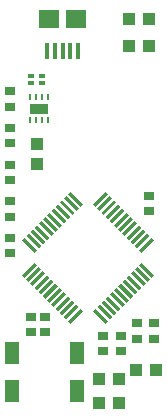
<source format=gtp>
G75*
%MOIN*%
%OFA0B0*%
%FSLAX25Y25*%
%IPPOS*%
%LPD*%
%AMOC8*
5,1,8,0,0,1.08239X$1,22.5*
%
%ADD10R,0.01181X0.05906*%
%ADD11R,0.05906X0.01181*%
%ADD12R,0.04331X0.03937*%
%ADD13R,0.05118X0.07480*%
%ADD14R,0.03543X0.02756*%
%ADD15R,0.01575X0.05315*%
%ADD16R,0.06890X0.06102*%
%ADD17R,0.01102X0.01969*%
%ADD18R,0.06299X0.03543*%
%ADD19R,0.03937X0.04331*%
%ADD20R,0.02165X0.01181*%
D10*
G36*
X0030618Y0072906D02*
X0029783Y0072071D01*
X0025608Y0076246D01*
X0026443Y0077081D01*
X0030618Y0072906D01*
G37*
G36*
X0032010Y0074298D02*
X0031175Y0073463D01*
X0027000Y0077638D01*
X0027835Y0078473D01*
X0032010Y0074298D01*
G37*
G36*
X0033402Y0075690D02*
X0032567Y0074855D01*
X0028392Y0079030D01*
X0029227Y0079865D01*
X0033402Y0075690D01*
G37*
G36*
X0034794Y0077082D02*
X0033959Y0076247D01*
X0029784Y0080422D01*
X0030619Y0081257D01*
X0034794Y0077082D01*
G37*
G36*
X0036186Y0078474D02*
X0035351Y0077639D01*
X0031176Y0081814D01*
X0032011Y0082649D01*
X0036186Y0078474D01*
G37*
G36*
X0037578Y0079866D02*
X0036743Y0079031D01*
X0032568Y0083206D01*
X0033403Y0084041D01*
X0037578Y0079866D01*
G37*
G36*
X0038969Y0081257D02*
X0038134Y0080422D01*
X0033959Y0084597D01*
X0034794Y0085432D01*
X0038969Y0081257D01*
G37*
G36*
X0040361Y0082649D02*
X0039526Y0081814D01*
X0035351Y0085989D01*
X0036186Y0086824D01*
X0040361Y0082649D01*
G37*
G36*
X0041753Y0084041D02*
X0040918Y0083206D01*
X0036743Y0087381D01*
X0037578Y0088216D01*
X0041753Y0084041D01*
G37*
G36*
X0043145Y0085433D02*
X0042310Y0084598D01*
X0038135Y0088773D01*
X0038970Y0089608D01*
X0043145Y0085433D01*
G37*
G36*
X0044537Y0086825D02*
X0043702Y0085990D01*
X0039527Y0090165D01*
X0040362Y0091000D01*
X0044537Y0086825D01*
G37*
G36*
X0045929Y0088217D02*
X0045094Y0087382D01*
X0040919Y0091557D01*
X0041754Y0092392D01*
X0045929Y0088217D01*
G37*
G36*
X0064024Y0058986D02*
X0063189Y0058151D01*
X0059014Y0062326D01*
X0059849Y0063161D01*
X0064024Y0058986D01*
G37*
G36*
X0065416Y0060378D02*
X0064581Y0059543D01*
X0060406Y0063718D01*
X0061241Y0064553D01*
X0065416Y0060378D01*
G37*
G36*
X0066808Y0061770D02*
X0065973Y0060935D01*
X0061798Y0065110D01*
X0062633Y0065945D01*
X0066808Y0061770D01*
G37*
G36*
X0068200Y0063162D02*
X0067365Y0062327D01*
X0063190Y0066502D01*
X0064025Y0067337D01*
X0068200Y0063162D01*
G37*
G36*
X0069592Y0064554D02*
X0068757Y0063719D01*
X0064582Y0067894D01*
X0065417Y0068729D01*
X0069592Y0064554D01*
G37*
G36*
X0062632Y0057594D02*
X0061797Y0056759D01*
X0057622Y0060934D01*
X0058457Y0061769D01*
X0062632Y0057594D01*
G37*
G36*
X0061241Y0056203D02*
X0060406Y0055368D01*
X0056231Y0059543D01*
X0057066Y0060378D01*
X0061241Y0056203D01*
G37*
G36*
X0059849Y0054811D02*
X0059014Y0053976D01*
X0054839Y0058151D01*
X0055674Y0058986D01*
X0059849Y0054811D01*
G37*
G36*
X0058457Y0053419D02*
X0057622Y0052584D01*
X0053447Y0056759D01*
X0054282Y0057594D01*
X0058457Y0053419D01*
G37*
G36*
X0057065Y0052027D02*
X0056230Y0051192D01*
X0052055Y0055367D01*
X0052890Y0056202D01*
X0057065Y0052027D01*
G37*
G36*
X0055673Y0050635D02*
X0054838Y0049800D01*
X0050663Y0053975D01*
X0051498Y0054810D01*
X0055673Y0050635D01*
G37*
G36*
X0054281Y0049243D02*
X0053446Y0048408D01*
X0049271Y0052583D01*
X0050106Y0053418D01*
X0054281Y0049243D01*
G37*
D11*
G36*
X0045929Y0052583D02*
X0041754Y0048408D01*
X0040919Y0049243D01*
X0045094Y0053418D01*
X0045929Y0052583D01*
G37*
G36*
X0044537Y0053975D02*
X0040362Y0049800D01*
X0039527Y0050635D01*
X0043702Y0054810D01*
X0044537Y0053975D01*
G37*
G36*
X0043145Y0055367D02*
X0038970Y0051192D01*
X0038135Y0052027D01*
X0042310Y0056202D01*
X0043145Y0055367D01*
G37*
G36*
X0041753Y0056759D02*
X0037578Y0052584D01*
X0036743Y0053419D01*
X0040918Y0057594D01*
X0041753Y0056759D01*
G37*
G36*
X0040361Y0058151D02*
X0036186Y0053976D01*
X0035351Y0054811D01*
X0039526Y0058986D01*
X0040361Y0058151D01*
G37*
G36*
X0038969Y0059543D02*
X0034794Y0055368D01*
X0033959Y0056203D01*
X0038134Y0060378D01*
X0038969Y0059543D01*
G37*
G36*
X0037578Y0060934D02*
X0033403Y0056759D01*
X0032568Y0057594D01*
X0036743Y0061769D01*
X0037578Y0060934D01*
G37*
G36*
X0036186Y0062326D02*
X0032011Y0058151D01*
X0031176Y0058986D01*
X0035351Y0063161D01*
X0036186Y0062326D01*
G37*
G36*
X0034794Y0063718D02*
X0030619Y0059543D01*
X0029784Y0060378D01*
X0033959Y0064553D01*
X0034794Y0063718D01*
G37*
G36*
X0033402Y0065110D02*
X0029227Y0060935D01*
X0028392Y0061770D01*
X0032567Y0065945D01*
X0033402Y0065110D01*
G37*
G36*
X0032010Y0066502D02*
X0027835Y0062327D01*
X0027000Y0063162D01*
X0031175Y0067337D01*
X0032010Y0066502D01*
G37*
G36*
X0030618Y0067894D02*
X0026443Y0063719D01*
X0025608Y0064554D01*
X0029783Y0068729D01*
X0030618Y0067894D01*
G37*
G36*
X0054281Y0091557D02*
X0050106Y0087382D01*
X0049271Y0088217D01*
X0053446Y0092392D01*
X0054281Y0091557D01*
G37*
G36*
X0055673Y0090165D02*
X0051498Y0085990D01*
X0050663Y0086825D01*
X0054838Y0091000D01*
X0055673Y0090165D01*
G37*
G36*
X0057065Y0088773D02*
X0052890Y0084598D01*
X0052055Y0085433D01*
X0056230Y0089608D01*
X0057065Y0088773D01*
G37*
G36*
X0058457Y0087381D02*
X0054282Y0083206D01*
X0053447Y0084041D01*
X0057622Y0088216D01*
X0058457Y0087381D01*
G37*
G36*
X0059849Y0085989D02*
X0055674Y0081814D01*
X0054839Y0082649D01*
X0059014Y0086824D01*
X0059849Y0085989D01*
G37*
G36*
X0061241Y0084597D02*
X0057066Y0080422D01*
X0056231Y0081257D01*
X0060406Y0085432D01*
X0061241Y0084597D01*
G37*
G36*
X0062632Y0083206D02*
X0058457Y0079031D01*
X0057622Y0079866D01*
X0061797Y0084041D01*
X0062632Y0083206D01*
G37*
G36*
X0064024Y0081814D02*
X0059849Y0077639D01*
X0059014Y0078474D01*
X0063189Y0082649D01*
X0064024Y0081814D01*
G37*
G36*
X0065416Y0080422D02*
X0061241Y0076247D01*
X0060406Y0077082D01*
X0064581Y0081257D01*
X0065416Y0080422D01*
G37*
G36*
X0066808Y0079030D02*
X0062633Y0074855D01*
X0061798Y0075690D01*
X0065973Y0079865D01*
X0066808Y0079030D01*
G37*
G36*
X0068200Y0077638D02*
X0064025Y0073463D01*
X0063190Y0074298D01*
X0067365Y0078473D01*
X0068200Y0077638D01*
G37*
G36*
X0069592Y0076246D02*
X0065417Y0072071D01*
X0064582Y0072906D01*
X0068757Y0077081D01*
X0069592Y0076246D01*
G37*
D12*
X0070346Y0033100D03*
X0063654Y0033100D03*
X0058046Y0030000D03*
X0058046Y0021900D03*
X0051354Y0021900D03*
X0051354Y0030000D03*
X0061254Y0141000D03*
X0061254Y0150000D03*
X0067946Y0150000D03*
X0067946Y0141000D03*
D13*
X0022173Y0026001D03*
X0022173Y0038599D03*
X0043827Y0038599D03*
X0043827Y0026001D03*
D14*
X0052600Y0039241D03*
X0052600Y0044359D03*
X0058500Y0044359D03*
X0058500Y0039241D03*
X0064100Y0043341D03*
X0064100Y0048459D03*
X0069700Y0048459D03*
X0069700Y0043341D03*
X0067800Y0085941D03*
X0067800Y0091059D03*
X0033200Y0050559D03*
X0033200Y0045441D03*
X0028500Y0045441D03*
X0028500Y0050559D03*
X0021500Y0071841D03*
X0021500Y0076959D03*
X0021500Y0084041D03*
X0021500Y0089159D03*
X0021500Y0096241D03*
X0021500Y0101359D03*
X0021500Y0108441D03*
X0021500Y0113559D03*
X0021500Y0120741D03*
X0021500Y0125859D03*
D15*
X0034082Y0139370D03*
X0036641Y0139370D03*
X0039200Y0139370D03*
X0041759Y0139370D03*
X0044318Y0139370D03*
D16*
X0043629Y0150000D03*
X0034771Y0150000D03*
D17*
X0034200Y0123800D03*
X0032231Y0123800D03*
X0030263Y0123800D03*
X0028294Y0123800D03*
X0028294Y0116320D03*
X0030263Y0116320D03*
X0032231Y0116320D03*
X0034200Y0116320D03*
D18*
X0031247Y0120060D03*
D19*
X0030500Y0108346D03*
X0030500Y0101654D03*
D20*
X0032300Y0128441D03*
X0032300Y0131000D03*
X0028500Y0131000D03*
X0028500Y0128441D03*
M02*

</source>
